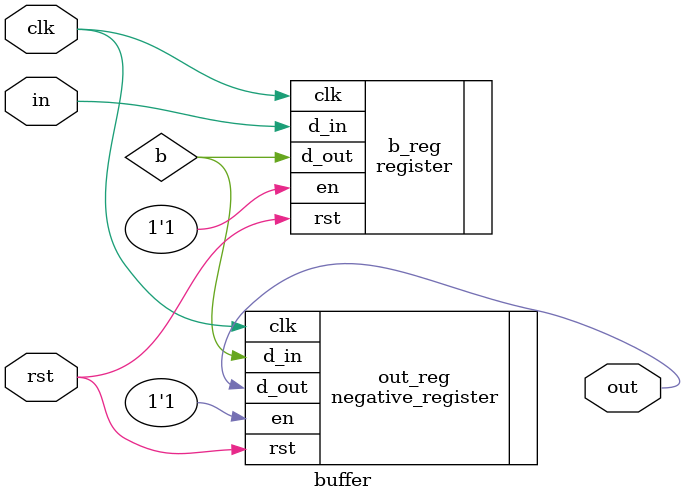
<source format=v>
module buffer(in, out, clk, rst);
   parameter DATA_WIDTH = 1;
   
   input clk, rst;
   input [DATA_WIDTH-1:0] in;
   
   output [DATA_WIDTH-1:0] out;

   wire [DATA_WIDTH -1:0] b;

   register #(.DATA_WIDTH(DATA_WIDTH)) b_reg(
					     .d_in(in),
					     .d_out(b),
					     .en(1'b1),
					     .clk(clk),
					     .rst(rst)
					     );

   negative_register #(.DATA_WIDTH(DATA_WIDTH)) out_reg(
							.d_in(b),
							.d_out(out),
							.en(1'b1),
							.clk(clk),
							.rst(rst)
							);
   
					     	
endmodule

</source>
